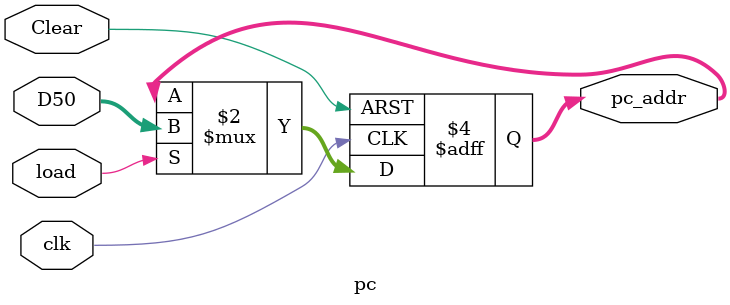
<source format=v>
module pc(D50,load,Clear,clk,pc_addr); 
input load, Clear, clk; 
input [5:0] D50; 
output reg [5:0] pc_addr; 
 
always @(posedge clk or posedge Clear) if(Clear) 
    pc_addr<=5'b00000; 
else begin 
    if(load)  pc_addr<=D50; 	 	 	  
    end 
endmodule 

</source>
